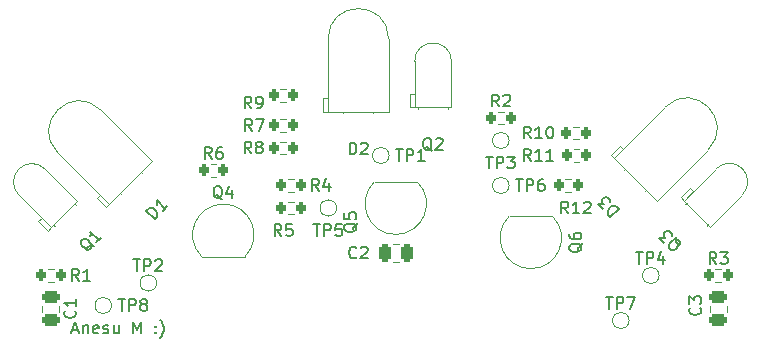
<source format=gbr>
%TF.GenerationSoftware,KiCad,Pcbnew,(6.0.5)*%
%TF.CreationDate,2024-03-24T23:16:05+02:00*%
%TF.ProjectId,SensingSubsystem,53656e73-696e-4675-9375-627379737465,rev?*%
%TF.SameCoordinates,Original*%
%TF.FileFunction,Legend,Top*%
%TF.FilePolarity,Positive*%
%FSLAX46Y46*%
G04 Gerber Fmt 4.6, Leading zero omitted, Abs format (unit mm)*
G04 Created by KiCad (PCBNEW (6.0.5)) date 2024-03-24 23:16:05*
%MOMM*%
%LPD*%
G01*
G04 APERTURE LIST*
G04 Aperture macros list*
%AMRoundRect*
0 Rectangle with rounded corners*
0 $1 Rounding radius*
0 $2 $3 $4 $5 $6 $7 $8 $9 X,Y pos of 4 corners*
0 Add a 4 corners polygon primitive as box body*
4,1,4,$2,$3,$4,$5,$6,$7,$8,$9,$2,$3,0*
0 Add four circle primitives for the rounded corners*
1,1,$1+$1,$2,$3*
1,1,$1+$1,$4,$5*
1,1,$1+$1,$6,$7*
1,1,$1+$1,$8,$9*
0 Add four rect primitives between the rounded corners*
20,1,$1+$1,$2,$3,$4,$5,0*
20,1,$1+$1,$4,$5,$6,$7,0*
20,1,$1+$1,$6,$7,$8,$9,0*
20,1,$1+$1,$8,$9,$2,$3,0*%
%AMRotRect*
0 Rectangle, with rotation*
0 The origin of the aperture is its center*
0 $1 length*
0 $2 width*
0 $3 Rotation angle, in degrees counterclockwise*
0 Add horizontal line*
21,1,$1,$2,0,0,$3*%
G04 Aperture macros list end*
%ADD10C,0.150000*%
%ADD11C,0.120000*%
%ADD12C,1.000000*%
%ADD13RoundRect,0.200000X-0.200000X-0.275000X0.200000X-0.275000X0.200000X0.275000X-0.200000X0.275000X0*%
%ADD14R,1.800000X1.800000*%
%ADD15C,1.800000*%
%ADD16RoundRect,0.200000X0.200000X0.275000X-0.200000X0.275000X-0.200000X-0.275000X0.200000X-0.275000X0*%
%ADD17R,1.050000X1.500000*%
%ADD18O,1.050000X1.500000*%
%ADD19RoundRect,0.250000X-0.250000X-0.475000X0.250000X-0.475000X0.250000X0.475000X-0.250000X0.475000X0*%
%ADD20RotRect,1.800000X1.800000X135.000000*%
%ADD21RoundRect,0.250000X-0.475000X0.250000X-0.475000X-0.250000X0.475000X-0.250000X0.475000X0.250000X0*%
%ADD22RotRect,1.800000X1.800000X225.000000*%
%ADD23R,1.700000X1.700000*%
%ADD24O,1.700000X1.700000*%
G04 APERTURE END LIST*
D10*
X119944047Y-136056666D02*
X120420238Y-136056666D01*
X119848809Y-136342380D02*
X120182142Y-135342380D01*
X120515476Y-136342380D01*
X120848809Y-135675714D02*
X120848809Y-136342380D01*
X120848809Y-135770952D02*
X120896428Y-135723333D01*
X120991666Y-135675714D01*
X121134523Y-135675714D01*
X121229761Y-135723333D01*
X121277380Y-135818571D01*
X121277380Y-136342380D01*
X122134523Y-136294761D02*
X122039285Y-136342380D01*
X121848809Y-136342380D01*
X121753571Y-136294761D01*
X121705952Y-136199523D01*
X121705952Y-135818571D01*
X121753571Y-135723333D01*
X121848809Y-135675714D01*
X122039285Y-135675714D01*
X122134523Y-135723333D01*
X122182142Y-135818571D01*
X122182142Y-135913809D01*
X121705952Y-136009047D01*
X122563095Y-136294761D02*
X122658333Y-136342380D01*
X122848809Y-136342380D01*
X122944047Y-136294761D01*
X122991666Y-136199523D01*
X122991666Y-136151904D01*
X122944047Y-136056666D01*
X122848809Y-136009047D01*
X122705952Y-136009047D01*
X122610714Y-135961428D01*
X122563095Y-135866190D01*
X122563095Y-135818571D01*
X122610714Y-135723333D01*
X122705952Y-135675714D01*
X122848809Y-135675714D01*
X122944047Y-135723333D01*
X123848809Y-135675714D02*
X123848809Y-136342380D01*
X123420238Y-135675714D02*
X123420238Y-136199523D01*
X123467857Y-136294761D01*
X123563095Y-136342380D01*
X123705952Y-136342380D01*
X123801190Y-136294761D01*
X123848809Y-136247142D01*
X125086904Y-136342380D02*
X125086904Y-135342380D01*
X125420238Y-136056666D01*
X125753571Y-135342380D01*
X125753571Y-136342380D01*
X126991666Y-136247142D02*
X127039285Y-136294761D01*
X126991666Y-136342380D01*
X126944047Y-136294761D01*
X126991666Y-136247142D01*
X126991666Y-136342380D01*
X126991666Y-135723333D02*
X127039285Y-135770952D01*
X126991666Y-135818571D01*
X126944047Y-135770952D01*
X126991666Y-135723333D01*
X126991666Y-135818571D01*
X127372619Y-136723333D02*
X127420238Y-136675714D01*
X127515476Y-136532857D01*
X127563095Y-136437619D01*
X127610714Y-136294761D01*
X127658333Y-136056666D01*
X127658333Y-135866190D01*
X127610714Y-135628095D01*
X127563095Y-135485238D01*
X127515476Y-135390000D01*
X127420238Y-135247142D01*
X127372619Y-135199523D01*
%TO.C,TP8*%
X123833095Y-133437380D02*
X124404523Y-133437380D01*
X124118809Y-134437380D02*
X124118809Y-133437380D01*
X124737857Y-134437380D02*
X124737857Y-133437380D01*
X125118809Y-133437380D01*
X125214047Y-133485000D01*
X125261666Y-133532619D01*
X125309285Y-133627857D01*
X125309285Y-133770714D01*
X125261666Y-133865952D01*
X125214047Y-133913571D01*
X125118809Y-133961190D01*
X124737857Y-133961190D01*
X125880714Y-133865952D02*
X125785476Y-133818333D01*
X125737857Y-133770714D01*
X125690238Y-133675476D01*
X125690238Y-133627857D01*
X125737857Y-133532619D01*
X125785476Y-133485000D01*
X125880714Y-133437380D01*
X126071190Y-133437380D01*
X126166428Y-133485000D01*
X126214047Y-133532619D01*
X126261666Y-133627857D01*
X126261666Y-133675476D01*
X126214047Y-133770714D01*
X126166428Y-133818333D01*
X126071190Y-133865952D01*
X125880714Y-133865952D01*
X125785476Y-133913571D01*
X125737857Y-133961190D01*
X125690238Y-134056428D01*
X125690238Y-134246904D01*
X125737857Y-134342142D01*
X125785476Y-134389761D01*
X125880714Y-134437380D01*
X126071190Y-134437380D01*
X126166428Y-134389761D01*
X126214047Y-134342142D01*
X126261666Y-134246904D01*
X126261666Y-134056428D01*
X126214047Y-133961190D01*
X126166428Y-133913571D01*
X126071190Y-133865952D01*
%TO.C,TP7*%
X165108095Y-133259380D02*
X165679523Y-133259380D01*
X165393809Y-134259380D02*
X165393809Y-133259380D01*
X166012857Y-134259380D02*
X166012857Y-133259380D01*
X166393809Y-133259380D01*
X166489047Y-133307000D01*
X166536666Y-133354619D01*
X166584285Y-133449857D01*
X166584285Y-133592714D01*
X166536666Y-133687952D01*
X166489047Y-133735571D01*
X166393809Y-133783190D01*
X166012857Y-133783190D01*
X166917619Y-133259380D02*
X167584285Y-133259380D01*
X167155714Y-134259380D01*
%TO.C,TP6*%
X157488095Y-123277380D02*
X158059523Y-123277380D01*
X157773809Y-124277380D02*
X157773809Y-123277380D01*
X158392857Y-124277380D02*
X158392857Y-123277380D01*
X158773809Y-123277380D01*
X158869047Y-123325000D01*
X158916666Y-123372619D01*
X158964285Y-123467857D01*
X158964285Y-123610714D01*
X158916666Y-123705952D01*
X158869047Y-123753571D01*
X158773809Y-123801190D01*
X158392857Y-123801190D01*
X159821428Y-123277380D02*
X159630952Y-123277380D01*
X159535714Y-123325000D01*
X159488095Y-123372619D01*
X159392857Y-123515476D01*
X159345238Y-123705952D01*
X159345238Y-124086904D01*
X159392857Y-124182142D01*
X159440476Y-124229761D01*
X159535714Y-124277380D01*
X159726190Y-124277380D01*
X159821428Y-124229761D01*
X159869047Y-124182142D01*
X159916666Y-124086904D01*
X159916666Y-123848809D01*
X159869047Y-123753571D01*
X159821428Y-123705952D01*
X159726190Y-123658333D01*
X159535714Y-123658333D01*
X159440476Y-123705952D01*
X159392857Y-123753571D01*
X159345238Y-123848809D01*
%TO.C,TP5*%
X140343095Y-127087380D02*
X140914523Y-127087380D01*
X140628809Y-128087380D02*
X140628809Y-127087380D01*
X141247857Y-128087380D02*
X141247857Y-127087380D01*
X141628809Y-127087380D01*
X141724047Y-127135000D01*
X141771666Y-127182619D01*
X141819285Y-127277857D01*
X141819285Y-127420714D01*
X141771666Y-127515952D01*
X141724047Y-127563571D01*
X141628809Y-127611190D01*
X141247857Y-127611190D01*
X142724047Y-127087380D02*
X142247857Y-127087380D01*
X142200238Y-127563571D01*
X142247857Y-127515952D01*
X142343095Y-127468333D01*
X142581190Y-127468333D01*
X142676428Y-127515952D01*
X142724047Y-127563571D01*
X142771666Y-127658809D01*
X142771666Y-127896904D01*
X142724047Y-127992142D01*
X142676428Y-128039761D01*
X142581190Y-128087380D01*
X142343095Y-128087380D01*
X142247857Y-128039761D01*
X142200238Y-127992142D01*
%TO.C,TP4*%
X167648095Y-129449380D02*
X168219523Y-129449380D01*
X167933809Y-130449380D02*
X167933809Y-129449380D01*
X168552857Y-130449380D02*
X168552857Y-129449380D01*
X168933809Y-129449380D01*
X169029047Y-129497000D01*
X169076666Y-129544619D01*
X169124285Y-129639857D01*
X169124285Y-129782714D01*
X169076666Y-129877952D01*
X169029047Y-129925571D01*
X168933809Y-129973190D01*
X168552857Y-129973190D01*
X169981428Y-129782714D02*
X169981428Y-130449380D01*
X169743333Y-129401761D02*
X169505238Y-130116047D01*
X170124285Y-130116047D01*
%TO.C,TP3*%
X154948095Y-121372380D02*
X155519523Y-121372380D01*
X155233809Y-122372380D02*
X155233809Y-121372380D01*
X155852857Y-122372380D02*
X155852857Y-121372380D01*
X156233809Y-121372380D01*
X156329047Y-121420000D01*
X156376666Y-121467619D01*
X156424285Y-121562857D01*
X156424285Y-121705714D01*
X156376666Y-121800952D01*
X156329047Y-121848571D01*
X156233809Y-121896190D01*
X155852857Y-121896190D01*
X156757619Y-121372380D02*
X157376666Y-121372380D01*
X157043333Y-121753333D01*
X157186190Y-121753333D01*
X157281428Y-121800952D01*
X157329047Y-121848571D01*
X157376666Y-121943809D01*
X157376666Y-122181904D01*
X157329047Y-122277142D01*
X157281428Y-122324761D01*
X157186190Y-122372380D01*
X156900476Y-122372380D01*
X156805238Y-122324761D01*
X156757619Y-122277142D01*
%TO.C,TP2*%
X125103095Y-130084380D02*
X125674523Y-130084380D01*
X125388809Y-131084380D02*
X125388809Y-130084380D01*
X126007857Y-131084380D02*
X126007857Y-130084380D01*
X126388809Y-130084380D01*
X126484047Y-130132000D01*
X126531666Y-130179619D01*
X126579285Y-130274857D01*
X126579285Y-130417714D01*
X126531666Y-130512952D01*
X126484047Y-130560571D01*
X126388809Y-130608190D01*
X126007857Y-130608190D01*
X126960238Y-130179619D02*
X127007857Y-130132000D01*
X127103095Y-130084380D01*
X127341190Y-130084380D01*
X127436428Y-130132000D01*
X127484047Y-130179619D01*
X127531666Y-130274857D01*
X127531666Y-130370095D01*
X127484047Y-130512952D01*
X126912619Y-131084380D01*
X127531666Y-131084380D01*
%TO.C,TP1*%
X147328095Y-120737380D02*
X147899523Y-120737380D01*
X147613809Y-121737380D02*
X147613809Y-120737380D01*
X148232857Y-121737380D02*
X148232857Y-120737380D01*
X148613809Y-120737380D01*
X148709047Y-120785000D01*
X148756666Y-120832619D01*
X148804285Y-120927857D01*
X148804285Y-121070714D01*
X148756666Y-121165952D01*
X148709047Y-121213571D01*
X148613809Y-121261190D01*
X148232857Y-121261190D01*
X149756666Y-121737380D02*
X149185238Y-121737380D01*
X149470952Y-121737380D02*
X149470952Y-120737380D01*
X149375714Y-120880238D01*
X149280476Y-120975476D01*
X149185238Y-121023095D01*
%TO.C,R3*%
X174458333Y-130467380D02*
X174125000Y-129991190D01*
X173886904Y-130467380D02*
X173886904Y-129467380D01*
X174267857Y-129467380D01*
X174363095Y-129515000D01*
X174410714Y-129562619D01*
X174458333Y-129657857D01*
X174458333Y-129800714D01*
X174410714Y-129895952D01*
X174363095Y-129943571D01*
X174267857Y-129991190D01*
X173886904Y-129991190D01*
X174791666Y-129467380D02*
X175410714Y-129467380D01*
X175077380Y-129848333D01*
X175220238Y-129848333D01*
X175315476Y-129895952D01*
X175363095Y-129943571D01*
X175410714Y-130038809D01*
X175410714Y-130276904D01*
X175363095Y-130372142D01*
X175315476Y-130419761D01*
X175220238Y-130467380D01*
X174934523Y-130467380D01*
X174839285Y-130419761D01*
X174791666Y-130372142D01*
%TO.C,D2*%
X143411904Y-121187380D02*
X143411904Y-120187380D01*
X143650000Y-120187380D01*
X143792857Y-120235000D01*
X143888095Y-120330238D01*
X143935714Y-120425476D01*
X143983333Y-120615952D01*
X143983333Y-120758809D01*
X143935714Y-120949285D01*
X143888095Y-121044523D01*
X143792857Y-121139761D01*
X143650000Y-121187380D01*
X143411904Y-121187380D01*
X144364285Y-120282619D02*
X144411904Y-120235000D01*
X144507142Y-120187380D01*
X144745238Y-120187380D01*
X144840476Y-120235000D01*
X144888095Y-120282619D01*
X144935714Y-120377857D01*
X144935714Y-120473095D01*
X144888095Y-120615952D01*
X144316666Y-121187380D01*
X144935714Y-121187380D01*
%TO.C,R7*%
X135151833Y-119197380D02*
X134818500Y-118721190D01*
X134580404Y-119197380D02*
X134580404Y-118197380D01*
X134961357Y-118197380D01*
X135056595Y-118245000D01*
X135104214Y-118292619D01*
X135151833Y-118387857D01*
X135151833Y-118530714D01*
X135104214Y-118625952D01*
X135056595Y-118673571D01*
X134961357Y-118721190D01*
X134580404Y-118721190D01*
X135485166Y-118197380D02*
X136151833Y-118197380D01*
X135723261Y-119197380D01*
%TO.C,Q4*%
X132619761Y-124982619D02*
X132524523Y-124935000D01*
X132429285Y-124839761D01*
X132286428Y-124696904D01*
X132191190Y-124649285D01*
X132095952Y-124649285D01*
X132143571Y-124887380D02*
X132048333Y-124839761D01*
X131953095Y-124744523D01*
X131905476Y-124554047D01*
X131905476Y-124220714D01*
X131953095Y-124030238D01*
X132048333Y-123935000D01*
X132143571Y-123887380D01*
X132334047Y-123887380D01*
X132429285Y-123935000D01*
X132524523Y-124030238D01*
X132572142Y-124220714D01*
X132572142Y-124554047D01*
X132524523Y-124744523D01*
X132429285Y-124839761D01*
X132334047Y-124887380D01*
X132143571Y-124887380D01*
X133429285Y-124220714D02*
X133429285Y-124887380D01*
X133191190Y-123839761D02*
X132953095Y-124554047D01*
X133572142Y-124554047D01*
%TO.C,R2*%
X156043333Y-117132380D02*
X155710000Y-116656190D01*
X155471904Y-117132380D02*
X155471904Y-116132380D01*
X155852857Y-116132380D01*
X155948095Y-116180000D01*
X155995714Y-116227619D01*
X156043333Y-116322857D01*
X156043333Y-116465714D01*
X155995714Y-116560952D01*
X155948095Y-116608571D01*
X155852857Y-116656190D01*
X155471904Y-116656190D01*
X156424285Y-116227619D02*
X156471904Y-116180000D01*
X156567142Y-116132380D01*
X156805238Y-116132380D01*
X156900476Y-116180000D01*
X156948095Y-116227619D01*
X156995714Y-116322857D01*
X156995714Y-116418095D01*
X156948095Y-116560952D01*
X156376666Y-117132380D01*
X156995714Y-117132380D01*
%TO.C,C2*%
X143978333Y-129897142D02*
X143930714Y-129944761D01*
X143787857Y-129992380D01*
X143692619Y-129992380D01*
X143549761Y-129944761D01*
X143454523Y-129849523D01*
X143406904Y-129754285D01*
X143359285Y-129563809D01*
X143359285Y-129420952D01*
X143406904Y-129230476D01*
X143454523Y-129135238D01*
X143549761Y-129040000D01*
X143692619Y-128992380D01*
X143787857Y-128992380D01*
X143930714Y-129040000D01*
X143978333Y-129087619D01*
X144359285Y-129087619D02*
X144406904Y-129040000D01*
X144502142Y-128992380D01*
X144740238Y-128992380D01*
X144835476Y-129040000D01*
X144883095Y-129087619D01*
X144930714Y-129182857D01*
X144930714Y-129278095D01*
X144883095Y-129420952D01*
X144311666Y-129992380D01*
X144930714Y-129992380D01*
%TO.C,R5*%
X137628333Y-128087380D02*
X137295000Y-127611190D01*
X137056904Y-128087380D02*
X137056904Y-127087380D01*
X137437857Y-127087380D01*
X137533095Y-127135000D01*
X137580714Y-127182619D01*
X137628333Y-127277857D01*
X137628333Y-127420714D01*
X137580714Y-127515952D01*
X137533095Y-127563571D01*
X137437857Y-127611190D01*
X137056904Y-127611190D01*
X138533095Y-127087380D02*
X138056904Y-127087380D01*
X138009285Y-127563571D01*
X138056904Y-127515952D01*
X138152142Y-127468333D01*
X138390238Y-127468333D01*
X138485476Y-127515952D01*
X138533095Y-127563571D01*
X138580714Y-127658809D01*
X138580714Y-127896904D01*
X138533095Y-127992142D01*
X138485476Y-128039761D01*
X138390238Y-128087380D01*
X138152142Y-128087380D01*
X138056904Y-128039761D01*
X138009285Y-127992142D01*
%TO.C,R1*%
X120483333Y-131897380D02*
X120150000Y-131421190D01*
X119911904Y-131897380D02*
X119911904Y-130897380D01*
X120292857Y-130897380D01*
X120388095Y-130945000D01*
X120435714Y-130992619D01*
X120483333Y-131087857D01*
X120483333Y-131230714D01*
X120435714Y-131325952D01*
X120388095Y-131373571D01*
X120292857Y-131421190D01*
X119911904Y-131421190D01*
X121435714Y-131897380D02*
X120864285Y-131897380D01*
X121150000Y-131897380D02*
X121150000Y-130897380D01*
X121054761Y-131040238D01*
X120959523Y-131135476D01*
X120864285Y-131183095D01*
%TO.C,Q6*%
X163107619Y-128725238D02*
X163060000Y-128820476D01*
X162964761Y-128915714D01*
X162821904Y-129058571D01*
X162774285Y-129153809D01*
X162774285Y-129249047D01*
X163012380Y-129201428D02*
X162964761Y-129296666D01*
X162869523Y-129391904D01*
X162679047Y-129439523D01*
X162345714Y-129439523D01*
X162155238Y-129391904D01*
X162060000Y-129296666D01*
X162012380Y-129201428D01*
X162012380Y-129010952D01*
X162060000Y-128915714D01*
X162155238Y-128820476D01*
X162345714Y-128772857D01*
X162679047Y-128772857D01*
X162869523Y-128820476D01*
X162964761Y-128915714D01*
X163012380Y-129010952D01*
X163012380Y-129201428D01*
X162012380Y-127915714D02*
X162012380Y-128106190D01*
X162060000Y-128201428D01*
X162107619Y-128249047D01*
X162250476Y-128344285D01*
X162440952Y-128391904D01*
X162821904Y-128391904D01*
X162917142Y-128344285D01*
X162964761Y-128296666D01*
X163012380Y-128201428D01*
X163012380Y-128010952D01*
X162964761Y-127915714D01*
X162917142Y-127868095D01*
X162821904Y-127820476D01*
X162583809Y-127820476D01*
X162488571Y-127868095D01*
X162440952Y-127915714D01*
X162393333Y-128010952D01*
X162393333Y-128201428D01*
X162440952Y-128296666D01*
X162488571Y-128344285D01*
X162583809Y-128391904D01*
%TO.C,Q3*%
X171046920Y-128144482D02*
X171080592Y-128245497D01*
X171080592Y-128380184D01*
X171080592Y-128582215D01*
X171114264Y-128683230D01*
X171181607Y-128750573D01*
X171316294Y-128548543D02*
X171349966Y-128649558D01*
X171349966Y-128784245D01*
X171248951Y-128952604D01*
X171013248Y-129188306D01*
X170844890Y-129289321D01*
X170710203Y-129289321D01*
X170609187Y-129255650D01*
X170474500Y-129120963D01*
X170440829Y-129019947D01*
X170440829Y-128885260D01*
X170541844Y-128716902D01*
X170777546Y-128481199D01*
X170945905Y-128380184D01*
X171080592Y-128380184D01*
X171181607Y-128413856D01*
X171316294Y-128548543D01*
X170070439Y-128716902D02*
X169632707Y-128279169D01*
X170137783Y-128245497D01*
X170036768Y-128144482D01*
X170003096Y-128043467D01*
X170003096Y-127976123D01*
X170036768Y-127875108D01*
X170205126Y-127706749D01*
X170306142Y-127673077D01*
X170373485Y-127673077D01*
X170474500Y-127706749D01*
X170676531Y-127908780D01*
X170710203Y-128009795D01*
X170710203Y-128077138D01*
%TO.C,C1*%
X120147142Y-134416666D02*
X120194761Y-134464285D01*
X120242380Y-134607142D01*
X120242380Y-134702380D01*
X120194761Y-134845238D01*
X120099523Y-134940476D01*
X120004285Y-134988095D01*
X119813809Y-135035714D01*
X119670952Y-135035714D01*
X119480476Y-134988095D01*
X119385238Y-134940476D01*
X119290000Y-134845238D01*
X119242380Y-134702380D01*
X119242380Y-134607142D01*
X119290000Y-134464285D01*
X119337619Y-134416666D01*
X120242380Y-133464285D02*
X120242380Y-134035714D01*
X120242380Y-133750000D02*
X119242380Y-133750000D01*
X119385238Y-133845238D01*
X119480476Y-133940476D01*
X119528095Y-134035714D01*
%TO.C,R4*%
X140803333Y-124277380D02*
X140470000Y-123801190D01*
X140231904Y-124277380D02*
X140231904Y-123277380D01*
X140612857Y-123277380D01*
X140708095Y-123325000D01*
X140755714Y-123372619D01*
X140803333Y-123467857D01*
X140803333Y-123610714D01*
X140755714Y-123705952D01*
X140708095Y-123753571D01*
X140612857Y-123801190D01*
X140231904Y-123801190D01*
X141660476Y-123610714D02*
X141660476Y-124277380D01*
X141422380Y-123229761D02*
X141184285Y-123944047D01*
X141803333Y-123944047D01*
%TO.C,R12*%
X161917142Y-126182380D02*
X161583809Y-125706190D01*
X161345714Y-126182380D02*
X161345714Y-125182380D01*
X161726666Y-125182380D01*
X161821904Y-125230000D01*
X161869523Y-125277619D01*
X161917142Y-125372857D01*
X161917142Y-125515714D01*
X161869523Y-125610952D01*
X161821904Y-125658571D01*
X161726666Y-125706190D01*
X161345714Y-125706190D01*
X162869523Y-126182380D02*
X162298095Y-126182380D01*
X162583809Y-126182380D02*
X162583809Y-125182380D01*
X162488571Y-125325238D01*
X162393333Y-125420476D01*
X162298095Y-125468095D01*
X163250476Y-125277619D02*
X163298095Y-125230000D01*
X163393333Y-125182380D01*
X163631428Y-125182380D01*
X163726666Y-125230000D01*
X163774285Y-125277619D01*
X163821904Y-125372857D01*
X163821904Y-125468095D01*
X163774285Y-125610952D01*
X163202857Y-126182380D01*
X163821904Y-126182380D01*
%TO.C,D3*%
X166197838Y-125784934D02*
X165490732Y-126492041D01*
X165322373Y-126323682D01*
X165255029Y-126188995D01*
X165255029Y-126054308D01*
X165288701Y-125953293D01*
X165389716Y-125784934D01*
X165490732Y-125683919D01*
X165659090Y-125582903D01*
X165760106Y-125549232D01*
X165894793Y-125549232D01*
X166029480Y-125616575D01*
X166197838Y-125784934D01*
X164850968Y-125852278D02*
X164413235Y-125414545D01*
X164918312Y-125380873D01*
X164817296Y-125279858D01*
X164783625Y-125178842D01*
X164783625Y-125111499D01*
X164817296Y-125010484D01*
X164985655Y-124842125D01*
X165086670Y-124808453D01*
X165154014Y-124808453D01*
X165255029Y-124842125D01*
X165457060Y-125044155D01*
X165490732Y-125145171D01*
X165490732Y-125212514D01*
%TO.C,Q5*%
X144057619Y-127010238D02*
X144010000Y-127105476D01*
X143914761Y-127200714D01*
X143771904Y-127343571D01*
X143724285Y-127438809D01*
X143724285Y-127534047D01*
X143962380Y-127486428D02*
X143914761Y-127581666D01*
X143819523Y-127676904D01*
X143629047Y-127724523D01*
X143295714Y-127724523D01*
X143105238Y-127676904D01*
X143010000Y-127581666D01*
X142962380Y-127486428D01*
X142962380Y-127295952D01*
X143010000Y-127200714D01*
X143105238Y-127105476D01*
X143295714Y-127057857D01*
X143629047Y-127057857D01*
X143819523Y-127105476D01*
X143914761Y-127200714D01*
X143962380Y-127295952D01*
X143962380Y-127486428D01*
X142962380Y-126153095D02*
X142962380Y-126629285D01*
X143438571Y-126676904D01*
X143390952Y-126629285D01*
X143343333Y-126534047D01*
X143343333Y-126295952D01*
X143390952Y-126200714D01*
X143438571Y-126153095D01*
X143533809Y-126105476D01*
X143771904Y-126105476D01*
X143867142Y-126153095D01*
X143914761Y-126200714D01*
X143962380Y-126295952D01*
X143962380Y-126534047D01*
X143914761Y-126629285D01*
X143867142Y-126676904D01*
%TO.C,R8*%
X135088333Y-121102380D02*
X134755000Y-120626190D01*
X134516904Y-121102380D02*
X134516904Y-120102380D01*
X134897857Y-120102380D01*
X134993095Y-120150000D01*
X135040714Y-120197619D01*
X135088333Y-120292857D01*
X135088333Y-120435714D01*
X135040714Y-120530952D01*
X134993095Y-120578571D01*
X134897857Y-120626190D01*
X134516904Y-120626190D01*
X135659761Y-120530952D02*
X135564523Y-120483333D01*
X135516904Y-120435714D01*
X135469285Y-120340476D01*
X135469285Y-120292857D01*
X135516904Y-120197619D01*
X135564523Y-120150000D01*
X135659761Y-120102380D01*
X135850238Y-120102380D01*
X135945476Y-120150000D01*
X135993095Y-120197619D01*
X136040714Y-120292857D01*
X136040714Y-120340476D01*
X135993095Y-120435714D01*
X135945476Y-120483333D01*
X135850238Y-120530952D01*
X135659761Y-120530952D01*
X135564523Y-120578571D01*
X135516904Y-120626190D01*
X135469285Y-120721428D01*
X135469285Y-120911904D01*
X135516904Y-121007142D01*
X135564523Y-121054761D01*
X135659761Y-121102380D01*
X135850238Y-121102380D01*
X135945476Y-121054761D01*
X135993095Y-121007142D01*
X136040714Y-120911904D01*
X136040714Y-120721428D01*
X135993095Y-120626190D01*
X135945476Y-120578571D01*
X135850238Y-120530952D01*
%TO.C,R6*%
X131723333Y-121577380D02*
X131390000Y-121101190D01*
X131151904Y-121577380D02*
X131151904Y-120577380D01*
X131532857Y-120577380D01*
X131628095Y-120625000D01*
X131675714Y-120672619D01*
X131723333Y-120767857D01*
X131723333Y-120910714D01*
X131675714Y-121005952D01*
X131628095Y-121053571D01*
X131532857Y-121101190D01*
X131151904Y-121101190D01*
X132580476Y-120577380D02*
X132390000Y-120577380D01*
X132294761Y-120625000D01*
X132247142Y-120672619D01*
X132151904Y-120815476D01*
X132104285Y-121005952D01*
X132104285Y-121386904D01*
X132151904Y-121482142D01*
X132199523Y-121529761D01*
X132294761Y-121577380D01*
X132485238Y-121577380D01*
X132580476Y-121529761D01*
X132628095Y-121482142D01*
X132675714Y-121386904D01*
X132675714Y-121148809D01*
X132628095Y-121053571D01*
X132580476Y-121005952D01*
X132485238Y-120958333D01*
X132294761Y-120958333D01*
X132199523Y-121005952D01*
X132151904Y-121053571D01*
X132104285Y-121148809D01*
%TO.C,Q2*%
X150379761Y-120902619D02*
X150284523Y-120855000D01*
X150189285Y-120759761D01*
X150046428Y-120616904D01*
X149951190Y-120569285D01*
X149855952Y-120569285D01*
X149903571Y-120807380D02*
X149808333Y-120759761D01*
X149713095Y-120664523D01*
X149665476Y-120474047D01*
X149665476Y-120140714D01*
X149713095Y-119950238D01*
X149808333Y-119855000D01*
X149903571Y-119807380D01*
X150094047Y-119807380D01*
X150189285Y-119855000D01*
X150284523Y-119950238D01*
X150332142Y-120140714D01*
X150332142Y-120474047D01*
X150284523Y-120664523D01*
X150189285Y-120759761D01*
X150094047Y-120807380D01*
X149903571Y-120807380D01*
X150713095Y-119902619D02*
X150760714Y-119855000D01*
X150855952Y-119807380D01*
X151094047Y-119807380D01*
X151189285Y-119855000D01*
X151236904Y-119902619D01*
X151284523Y-119997857D01*
X151284523Y-120093095D01*
X151236904Y-120235952D01*
X150665476Y-120807380D01*
X151284523Y-120807380D01*
%TO.C,R10*%
X158742142Y-119832380D02*
X158408809Y-119356190D01*
X158170714Y-119832380D02*
X158170714Y-118832380D01*
X158551666Y-118832380D01*
X158646904Y-118880000D01*
X158694523Y-118927619D01*
X158742142Y-119022857D01*
X158742142Y-119165714D01*
X158694523Y-119260952D01*
X158646904Y-119308571D01*
X158551666Y-119356190D01*
X158170714Y-119356190D01*
X159694523Y-119832380D02*
X159123095Y-119832380D01*
X159408809Y-119832380D02*
X159408809Y-118832380D01*
X159313571Y-118975238D01*
X159218333Y-119070476D01*
X159123095Y-119118095D01*
X160313571Y-118832380D02*
X160408809Y-118832380D01*
X160504047Y-118880000D01*
X160551666Y-118927619D01*
X160599285Y-119022857D01*
X160646904Y-119213333D01*
X160646904Y-119451428D01*
X160599285Y-119641904D01*
X160551666Y-119737142D01*
X160504047Y-119784761D01*
X160408809Y-119832380D01*
X160313571Y-119832380D01*
X160218333Y-119784761D01*
X160170714Y-119737142D01*
X160123095Y-119641904D01*
X160075476Y-119451428D01*
X160075476Y-119213333D01*
X160123095Y-119022857D01*
X160170714Y-118927619D01*
X160218333Y-118880000D01*
X160313571Y-118832380D01*
%TO.C,Q1*%
X121799245Y-128947216D02*
X121698230Y-128980888D01*
X121563543Y-128980888D01*
X121361512Y-128980888D01*
X121260497Y-129014560D01*
X121193154Y-129081903D01*
X121395184Y-129216590D02*
X121294169Y-129250262D01*
X121159482Y-129250262D01*
X120991123Y-129149247D01*
X120755421Y-128913544D01*
X120654406Y-128745186D01*
X120654406Y-128610499D01*
X120688077Y-128509483D01*
X120822764Y-128374796D01*
X120923780Y-128341125D01*
X121058467Y-128341125D01*
X121226825Y-128442140D01*
X121462528Y-128677842D01*
X121563543Y-128846201D01*
X121563543Y-128980888D01*
X121529871Y-129081903D01*
X121395184Y-129216590D01*
X122371665Y-128240109D02*
X121967604Y-128644170D01*
X122169634Y-128442140D02*
X121462528Y-127735033D01*
X121496199Y-127903392D01*
X121496199Y-128038079D01*
X121462528Y-128139094D01*
%TO.C,R11*%
X158742142Y-121737380D02*
X158408809Y-121261190D01*
X158170714Y-121737380D02*
X158170714Y-120737380D01*
X158551666Y-120737380D01*
X158646904Y-120785000D01*
X158694523Y-120832619D01*
X158742142Y-120927857D01*
X158742142Y-121070714D01*
X158694523Y-121165952D01*
X158646904Y-121213571D01*
X158551666Y-121261190D01*
X158170714Y-121261190D01*
X159694523Y-121737380D02*
X159123095Y-121737380D01*
X159408809Y-121737380D02*
X159408809Y-120737380D01*
X159313571Y-120880238D01*
X159218333Y-120975476D01*
X159123095Y-121023095D01*
X160646904Y-121737380D02*
X160075476Y-121737380D01*
X160361190Y-121737380D02*
X160361190Y-120737380D01*
X160265952Y-120880238D01*
X160170714Y-120975476D01*
X160075476Y-121023095D01*
%TO.C,R9*%
X135088333Y-117292380D02*
X134755000Y-116816190D01*
X134516904Y-117292380D02*
X134516904Y-116292380D01*
X134897857Y-116292380D01*
X134993095Y-116340000D01*
X135040714Y-116387619D01*
X135088333Y-116482857D01*
X135088333Y-116625714D01*
X135040714Y-116720952D01*
X134993095Y-116768571D01*
X134897857Y-116816190D01*
X134516904Y-116816190D01*
X135564523Y-117292380D02*
X135755000Y-117292380D01*
X135850238Y-117244761D01*
X135897857Y-117197142D01*
X135993095Y-117054285D01*
X136040714Y-116863809D01*
X136040714Y-116482857D01*
X135993095Y-116387619D01*
X135945476Y-116340000D01*
X135850238Y-116292380D01*
X135659761Y-116292380D01*
X135564523Y-116340000D01*
X135516904Y-116387619D01*
X135469285Y-116482857D01*
X135469285Y-116720952D01*
X135516904Y-116816190D01*
X135564523Y-116863809D01*
X135659761Y-116911428D01*
X135850238Y-116911428D01*
X135945476Y-116863809D01*
X135993095Y-116816190D01*
X136040714Y-116720952D01*
%TO.C,D1*%
X126906737Y-126673490D02*
X126199630Y-125966384D01*
X126367989Y-125798025D01*
X126502676Y-125730681D01*
X126637363Y-125730681D01*
X126738378Y-125764353D01*
X126906737Y-125865368D01*
X127007752Y-125966384D01*
X127108768Y-126134742D01*
X127142439Y-126235758D01*
X127142439Y-126370445D01*
X127075096Y-126505132D01*
X126906737Y-126673490D01*
X127984233Y-125595994D02*
X127580172Y-126000055D01*
X127782203Y-125798025D02*
X127075096Y-125090918D01*
X127108768Y-125259277D01*
X127108768Y-125393964D01*
X127075096Y-125494979D01*
%TO.C,C3*%
X173077142Y-134155414D02*
X173124761Y-134203033D01*
X173172380Y-134345890D01*
X173172380Y-134441128D01*
X173124761Y-134583986D01*
X173029523Y-134679224D01*
X172934285Y-134726843D01*
X172743809Y-134774462D01*
X172600952Y-134774462D01*
X172410476Y-134726843D01*
X172315238Y-134679224D01*
X172220000Y-134583986D01*
X172172380Y-134441128D01*
X172172380Y-134345890D01*
X172220000Y-134203033D01*
X172267619Y-134155414D01*
X172172380Y-133822081D02*
X172172380Y-133203033D01*
X172553333Y-133536367D01*
X172553333Y-133393509D01*
X172600952Y-133298271D01*
X172648571Y-133250652D01*
X172743809Y-133203033D01*
X172981904Y-133203033D01*
X173077142Y-133250652D01*
X173124761Y-133298271D01*
X173172380Y-133393509D01*
X173172380Y-133679224D01*
X173124761Y-133774462D01*
X173077142Y-133822081D01*
D11*
%TO.C,TP8*%
X123255000Y-133985000D02*
G75*
G03*
X123255000Y-133985000I-700000J0D01*
G01*
%TO.C,TP7*%
X167070000Y-135255000D02*
G75*
G03*
X167070000Y-135255000I-700000J0D01*
G01*
%TO.C,TP6*%
X156910000Y-123825000D02*
G75*
G03*
X156910000Y-123825000I-700000J0D01*
G01*
%TO.C,TP5*%
X142305000Y-125730000D02*
G75*
G03*
X142305000Y-125730000I-700000J0D01*
G01*
%TO.C,TP4*%
X169610000Y-131445000D02*
G75*
G03*
X169610000Y-131445000I-700000J0D01*
G01*
%TO.C,TP3*%
X156910000Y-120015000D02*
G75*
G03*
X156910000Y-120015000I-700000J0D01*
G01*
%TO.C,TP2*%
X127065000Y-132080000D02*
G75*
G03*
X127065000Y-132080000I-700000J0D01*
G01*
%TO.C,TP1*%
X146750000Y-121285000D02*
G75*
G03*
X146750000Y-121285000I-700000J0D01*
G01*
%TO.C,R3*%
X174387742Y-131967500D02*
X174862258Y-131967500D01*
X174387742Y-130922500D02*
X174862258Y-130922500D01*
%TO.C,D2*%
X141590000Y-116445000D02*
X141590000Y-117565000D01*
X141590000Y-117565000D02*
X141590000Y-111405000D01*
X145420000Y-117695000D02*
X145420000Y-117565000D01*
X146710000Y-117565000D02*
X141590000Y-117565000D01*
X145420000Y-117695000D02*
X145420000Y-117695000D01*
X146710000Y-117565000D02*
X146710000Y-111405000D01*
X141190000Y-116445000D02*
X141590000Y-116445000D01*
X142880000Y-117565000D02*
X142880000Y-117695000D01*
X141590000Y-117565000D02*
X141190000Y-117565000D01*
X142880000Y-117695000D02*
X142880000Y-117565000D01*
X145420000Y-117565000D02*
X145420000Y-117695000D01*
X142880000Y-117695000D02*
X142880000Y-117695000D01*
X142880000Y-117565000D02*
X142880000Y-117565000D01*
X141190000Y-117565000D02*
X141190000Y-116445000D01*
X145420000Y-117565000D02*
X145420000Y-117565000D01*
X146710000Y-111405000D02*
G75*
G03*
X141590000Y-111405000I-2560000J0D01*
G01*
%TO.C,R7*%
X138032258Y-119267500D02*
X137557742Y-119267500D01*
X138032258Y-118222500D02*
X137557742Y-118222500D01*
%TO.C,Q4*%
X130915000Y-129845000D02*
X134515000Y-129845000D01*
X134553478Y-129833478D02*
G75*
G03*
X132715000Y-125395000I-1838478J1838478D01*
G01*
X132715000Y-125394999D02*
G75*
G03*
X130876522Y-129833478I0J-2600001D01*
G01*
%TO.C,R2*%
X155972742Y-118632500D02*
X156447258Y-118632500D01*
X155972742Y-117587500D02*
X156447258Y-117587500D01*
%TO.C,C2*%
X147058748Y-130275000D02*
X147581252Y-130275000D01*
X147058748Y-128805000D02*
X147581252Y-128805000D01*
%TO.C,R5*%
X138192742Y-126252500D02*
X138667258Y-126252500D01*
X138192742Y-125207500D02*
X138667258Y-125207500D01*
%TO.C,R1*%
X118347258Y-130922500D02*
X117872742Y-130922500D01*
X118347258Y-131967500D02*
X117872742Y-131967500D01*
%TO.C,Q6*%
X160550000Y-126420000D02*
X156950000Y-126420000D01*
X158750000Y-130870001D02*
G75*
G03*
X160588478Y-126431522I0J2600001D01*
G01*
X156911522Y-126431522D02*
G75*
G03*
X158750000Y-130870000I1838478J-1838478D01*
G01*
%TO.C,Q3*%
X173936967Y-127325922D02*
X176666399Y-124596490D01*
X173731906Y-127120861D02*
X173731906Y-127120861D01*
X171730794Y-125119749D02*
X171447951Y-124836906D01*
X173936967Y-127325922D02*
X171730794Y-125119749D01*
X172522754Y-124327789D02*
X171730794Y-125119749D01*
X171935855Y-125324810D02*
X171843931Y-125416733D01*
X171730794Y-125119749D02*
X174460226Y-122390316D01*
X171843931Y-125416733D02*
X171843931Y-125416733D01*
X173639982Y-127212785D02*
X173731906Y-127120861D01*
X173731906Y-127120861D02*
X173639982Y-127212785D01*
X172239911Y-124044946D02*
X172522754Y-124327789D01*
X171447951Y-124836906D02*
X172239911Y-124044946D01*
X171935855Y-125324810D02*
X171935855Y-125324810D01*
X173639982Y-127212785D02*
X173639982Y-127212785D01*
X171843931Y-125416733D02*
X171935855Y-125324810D01*
X176666400Y-124596491D02*
G75*
G03*
X174460226Y-122390316I-1103087J1103088D01*
G01*
%TO.C,C1*%
X117375000Y-133988748D02*
X117375000Y-134511252D01*
X118845000Y-133988748D02*
X118845000Y-134511252D01*
%TO.C,R4*%
X138667258Y-123302500D02*
X138192742Y-123302500D01*
X138667258Y-124347500D02*
X138192742Y-124347500D01*
%TO.C,R12*%
X161687742Y-123302500D02*
X162162258Y-123302500D01*
X161687742Y-124347500D02*
X162162258Y-124347500D01*
%TO.C,D3*%
X168403675Y-124331325D02*
X168403675Y-124331325D01*
X166579340Y-120739222D02*
X165787380Y-121531182D01*
X166296497Y-120456380D02*
X166579340Y-120739222D01*
X166607624Y-122535273D02*
X166607624Y-122535273D01*
X165787380Y-121531182D02*
X165504538Y-121248339D01*
X166699548Y-122443350D02*
X166607624Y-122535273D01*
X165504538Y-121248339D02*
X166296497Y-120456380D01*
X168403675Y-124331325D02*
X168495599Y-124239401D01*
X165787380Y-121531182D02*
X170143158Y-117175404D01*
X169407767Y-125151569D02*
X173763545Y-120795791D01*
X166607624Y-122535273D02*
X166699548Y-122443350D01*
X168495599Y-124239401D02*
X168495599Y-124239401D01*
X169407767Y-125151569D02*
X165787380Y-121531182D01*
X166699548Y-122443350D02*
X166699548Y-122443350D01*
X168495599Y-124239401D02*
X168403675Y-124331325D01*
X173763544Y-120795790D02*
G75*
G03*
X170143158Y-117175404I-1810193J1810193D01*
G01*
%TO.C,Q5*%
X149120000Y-123520000D02*
X145520000Y-123520000D01*
X145481522Y-123531522D02*
G75*
G03*
X147320000Y-127970000I1838478J-1838478D01*
G01*
X147320000Y-127970001D02*
G75*
G03*
X149158478Y-123531522I0J2600001D01*
G01*
%TO.C,R8*%
X137557742Y-121172500D02*
X138032258Y-121172500D01*
X137557742Y-120127500D02*
X138032258Y-120127500D01*
%TO.C,R6*%
X131652742Y-123077500D02*
X132127258Y-123077500D01*
X131652742Y-122032500D02*
X132127258Y-122032500D01*
%TO.C,Q2*%
X152035000Y-117185000D02*
X148915000Y-117185000D01*
X149205000Y-117185000D02*
X149205000Y-117185000D01*
X151745000Y-117185000D02*
X151745000Y-117315000D01*
X149205000Y-117315000D02*
X149205000Y-117185000D01*
X152035000Y-117185000D02*
X152035000Y-113325000D01*
X148915000Y-117185000D02*
X148915000Y-113325000D01*
X148915000Y-117185000D02*
X148515000Y-117185000D01*
X151745000Y-117315000D02*
X151745000Y-117185000D01*
X149205000Y-117315000D02*
X149205000Y-117315000D01*
X149205000Y-117185000D02*
X149205000Y-117315000D01*
X151745000Y-117185000D02*
X151745000Y-117185000D01*
X148915000Y-116065000D02*
X148915000Y-117185000D01*
X151745000Y-117315000D02*
X151745000Y-117315000D01*
X148515000Y-117185000D02*
X148515000Y-116065000D01*
X148515000Y-116065000D02*
X148915000Y-116065000D01*
X152035000Y-113325000D02*
G75*
G03*
X148915000Y-113325000I-1560000J0D01*
G01*
%TO.C,R10*%
X162322742Y-118857500D02*
X162797258Y-118857500D01*
X162322742Y-119902500D02*
X162797258Y-119902500D01*
%TO.C,Q1*%
X120135861Y-125353094D02*
X120227785Y-125445018D01*
X118339810Y-127149145D02*
X118339810Y-127149145D01*
X118134749Y-127354206D02*
X117851906Y-127637049D01*
X120340922Y-125148033D02*
X117611490Y-122418601D01*
X120227785Y-125445018D02*
X120135861Y-125353094D01*
X118339810Y-127149145D02*
X118431733Y-127241069D01*
X118431733Y-127241069D02*
X118339810Y-127149145D01*
X117059946Y-126845089D02*
X117342789Y-126562246D01*
X118134749Y-127354206D02*
X115405316Y-124624774D01*
X120340922Y-125148033D02*
X118134749Y-127354206D01*
X117851906Y-127637049D02*
X117059946Y-126845089D01*
X120227785Y-125445018D02*
X120227785Y-125445018D01*
X118431733Y-127241069D02*
X118431733Y-127241069D01*
X117342789Y-126562246D02*
X118134749Y-127354206D01*
X120135861Y-125353094D02*
X120135861Y-125353094D01*
X117611491Y-122418600D02*
G75*
G03*
X115405316Y-124624774I-1103088J-1103087D01*
G01*
%TO.C,R11*%
X162386242Y-120762500D02*
X162860758Y-120762500D01*
X162386242Y-121807500D02*
X162860758Y-121807500D01*
%TO.C,R9*%
X137557742Y-116727500D02*
X138032258Y-116727500D01*
X137557742Y-115682500D02*
X138032258Y-115682500D01*
%TO.C,D1*%
X123057046Y-125400362D02*
X122774203Y-125683204D01*
X123969214Y-124488194D02*
X124061137Y-124580118D01*
X125765265Y-122692143D02*
X125857189Y-122784067D01*
X124061137Y-124580118D02*
X123969214Y-124488194D01*
X124061137Y-124580118D02*
X124061137Y-124580118D01*
X123969214Y-124488194D02*
X123969214Y-124488194D01*
X122774203Y-125683204D02*
X121982244Y-124891245D01*
X126677433Y-121779975D02*
X123057046Y-125400362D01*
X126677433Y-121779975D02*
X122321655Y-117424197D01*
X125765265Y-122692143D02*
X125765265Y-122692143D01*
X123057046Y-125400362D02*
X118701268Y-121044584D01*
X125857189Y-122784067D02*
X125765265Y-122692143D01*
X125857189Y-122784067D02*
X125857189Y-122784067D01*
X121982244Y-124891245D02*
X122265086Y-124608402D01*
X122265086Y-124608402D02*
X123057046Y-125400362D01*
X122321654Y-117424198D02*
G75*
G03*
X118701268Y-121044584I-1810193J-1810193D01*
G01*
%TO.C,C3*%
X175360000Y-133988748D02*
X175360000Y-134511252D01*
X173890000Y-133988748D02*
X173890000Y-134511252D01*
%TD*%
%LPC*%
D12*
%TO.C,TP8*%
X122555000Y-133985000D03*
%TD*%
%TO.C,TP7*%
X166370000Y-135255000D03*
%TD*%
%TO.C,TP6*%
X156210000Y-123825000D03*
%TD*%
%TO.C,TP5*%
X141605000Y-125730000D03*
%TD*%
%TO.C,TP4*%
X168910000Y-131445000D03*
%TD*%
%TO.C,TP3*%
X156210000Y-120015000D03*
%TD*%
%TO.C,TP2*%
X126365000Y-132080000D03*
%TD*%
%TO.C,TP1*%
X146050000Y-121285000D03*
%TD*%
D13*
%TO.C,R3*%
X173800000Y-131445000D03*
X175450000Y-131445000D03*
%TD*%
D14*
%TO.C,D2*%
X145420000Y-118775000D03*
D15*
X142880000Y-118775000D03*
%TD*%
D16*
%TO.C,R7*%
X138620000Y-118745000D03*
X136970000Y-118745000D03*
%TD*%
D17*
%TO.C,Q4*%
X131445000Y-127995000D03*
D18*
X132715000Y-127995000D03*
X133985000Y-127995000D03*
%TD*%
D13*
%TO.C,R2*%
X155385000Y-118110000D03*
X157035000Y-118110000D03*
%TD*%
D19*
%TO.C,C2*%
X146370000Y-129540000D03*
X148270000Y-129540000D03*
%TD*%
D13*
%TO.C,R5*%
X137605000Y-125730000D03*
X139255000Y-125730000D03*
%TD*%
D16*
%TO.C,R1*%
X118935000Y-131445000D03*
X117285000Y-131445000D03*
%TD*%
D17*
%TO.C,Q6*%
X160020000Y-128270000D03*
D18*
X158750000Y-128270000D03*
X157480000Y-128270000D03*
%TD*%
D20*
%TO.C,Q3*%
X172876307Y-127976460D03*
D15*
X171080256Y-126180409D03*
%TD*%
D21*
%TO.C,C1*%
X118110000Y-133300000D03*
X118110000Y-135200000D03*
%TD*%
D16*
%TO.C,R4*%
X139255000Y-123825000D03*
X137605000Y-123825000D03*
%TD*%
D13*
%TO.C,R12*%
X162750000Y-123825000D03*
X161100000Y-123825000D03*
%TD*%
D20*
%TO.C,D3*%
X167640000Y-125095000D03*
D15*
X165843949Y-123298949D03*
%TD*%
D17*
%TO.C,Q5*%
X148590000Y-125370000D03*
D18*
X147320000Y-125370000D03*
X146050000Y-125370000D03*
%TD*%
D13*
%TO.C,R8*%
X136970000Y-120650000D03*
X138620000Y-120650000D03*
%TD*%
%TO.C,R6*%
X131065000Y-122555000D03*
X132715000Y-122555000D03*
%TD*%
D14*
%TO.C,Q2*%
X151745000Y-118395000D03*
D15*
X149205000Y-118395000D03*
%TD*%
D13*
%TO.C,R10*%
X161735000Y-119380000D03*
X163385000Y-119380000D03*
%TD*%
D22*
%TO.C,Q1*%
X120991460Y-126208693D03*
D15*
X119195409Y-128004744D03*
%TD*%
D13*
%TO.C,R11*%
X161798500Y-121285000D03*
X163448500Y-121285000D03*
%TD*%
%TO.C,R9*%
X136970000Y-116205000D03*
X138620000Y-116205000D03*
%TD*%
D22*
%TO.C,D1*%
X126620864Y-123547742D03*
D15*
X124824813Y-125343793D03*
%TD*%
D21*
%TO.C,C3*%
X174625000Y-133300000D03*
X174625000Y-135200000D03*
%TD*%
D23*
%TO.C,J1*%
X163185000Y-135260000D03*
D24*
X163185000Y-132720000D03*
X160645000Y-135260000D03*
X160645000Y-132720000D03*
X158105000Y-135260000D03*
X158105000Y-132720000D03*
X155565000Y-135260000D03*
X155565000Y-132720000D03*
X153025000Y-135260000D03*
X153025000Y-132720000D03*
X150485000Y-135260000D03*
X150485000Y-132720000D03*
X147945000Y-135260000D03*
X147945000Y-132720000D03*
X145405000Y-135260000D03*
X145405000Y-132720000D03*
X142865000Y-135260000D03*
X142865000Y-132720000D03*
X140325000Y-135260000D03*
X140325000Y-132720000D03*
X137785000Y-135260000D03*
X137785000Y-132720000D03*
X135245000Y-135260000D03*
X135245000Y-132720000D03*
X132705000Y-135260000D03*
X132705000Y-132720000D03*
X130165000Y-135260000D03*
X130165000Y-132720000D03*
%TD*%
M02*

</source>
